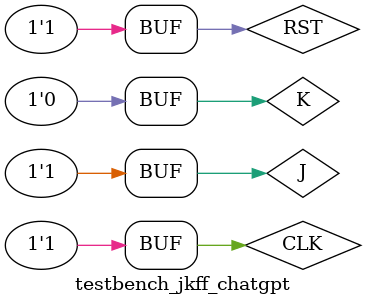
<source format=v>
module testbench_jkff_chatgpt;

  // Parameters
  parameter PERIOD = 52;  // Clock period in time units
  parameter HALF_PERIOD = 50;  // Clock period in time units
  
  // Signals
  reg J;
  reg K;
  reg RST;
  reg CLK;

  wire Q;
  wire NQ;

  // Instantiate the JKFlipFlop module
  jkff_chatgpt jkff_chatgpt (
    .J(J),
    .K(K),
    .RST(RST),
    .CLK(CLK),
    .Q(Q),
    .NQ(NQ)
  );

  // Clock generation
  always begin
    CLK = 0;
    #HALF_PERIOD;
    CLK = 1;
    #HALF_PERIOD;
  end

  // Stimulus
  initial begin
    // Reset
    RST = 1;
    #PERIOD;
    RST = 0;
    #PERIOD;

    // Toggle Q
    J = 1;
    K = 1;
    #PERIOD;
    J = 0;
    K = 1;
    #PERIOD;
    J = 1;
    K = 0;
    #PERIOD;
    J = 1;
    K = 1;
    #PERIOD;
	 J = 1;
    K = 0;
    #PERIOD;
	 RST = 1;

    // Finish simulation
    // $finish;
  end

  // Display output
  always @(posedge CLK) begin
    $display("Q = %b, Qbar = %b", Q, NQ);
  end

endmodule

</source>
